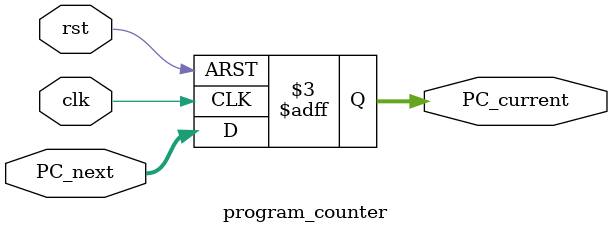
<source format=v>
module program_counter #(
    parameter inst_SIZE =   16,
    parameter PC_SIZE   =   13
) (
    input   wire                       clk,
    input   wire                       rst,
    input   wire    [PC_SIZE-1:0]      PC_next,

    output  reg     [PC_SIZE-1:0]      PC_current
);

    always @(posedge clk or negedge rst) begin
        if (!rst)
            PC_current <= 13'b0_0000_0000;
            
        else
            PC_current <= PC_next;
    end
    
endmodule
</source>
